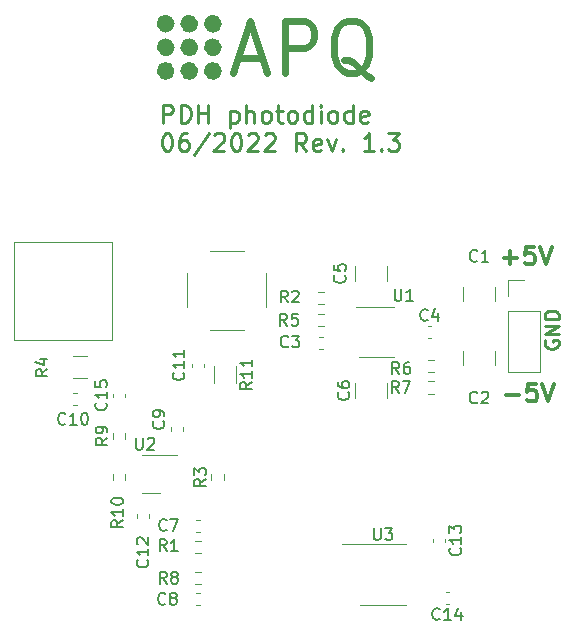
<source format=gbr>
G04 #@! TF.GenerationSoftware,KiCad,Pcbnew,(6.0.5)*
G04 #@! TF.CreationDate,2022-06-03T12:50:17+02:00*
G04 #@! TF.ProjectId,PDH_photodiode,5044485f-7068-46f7-946f-64696f64652e,1.3*
G04 #@! TF.SameCoordinates,Original*
G04 #@! TF.FileFunction,Legend,Top*
G04 #@! TF.FilePolarity,Positive*
%FSLAX45Y45*%
G04 Gerber Fmt 4.5, Leading zero omitted, Abs format (unit mm)*
G04 Created by KiCad (PCBNEW (6.0.5)) date 2022-06-03 12:50:17*
%MOMM*%
%LPD*%
G01*
G04 APERTURE LIST*
%ADD10C,0.300000*%
%ADD11C,0.250000*%
%ADD12C,0.150000*%
%ADD13C,0.600000*%
%ADD14C,0.120000*%
%ADD15C,1.000000*%
G04 APERTURE END LIST*
D10*
X14972143Y-7255714D02*
X15086428Y-7255714D01*
X15229286Y-7162857D02*
X15157857Y-7162857D01*
X15150714Y-7234286D01*
X15157857Y-7227143D01*
X15172143Y-7220000D01*
X15207857Y-7220000D01*
X15222143Y-7227143D01*
X15229286Y-7234286D01*
X15236428Y-7248571D01*
X15236428Y-7284286D01*
X15229286Y-7298571D01*
X15222143Y-7305714D01*
X15207857Y-7312857D01*
X15172143Y-7312857D01*
X15157857Y-7305714D01*
X15150714Y-7298571D01*
X15279286Y-7162857D02*
X15329286Y-7312857D01*
X15379286Y-7162857D01*
D11*
X12066964Y-4952107D02*
X12066964Y-4802107D01*
X12124107Y-4802107D01*
X12138393Y-4809250D01*
X12145536Y-4816393D01*
X12152678Y-4830679D01*
X12152678Y-4852107D01*
X12145536Y-4866393D01*
X12138393Y-4873536D01*
X12124107Y-4880679D01*
X12066964Y-4880679D01*
X12216964Y-4952107D02*
X12216964Y-4802107D01*
X12252678Y-4802107D01*
X12274107Y-4809250D01*
X12288393Y-4823536D01*
X12295536Y-4837821D01*
X12302678Y-4866393D01*
X12302678Y-4887821D01*
X12295536Y-4916393D01*
X12288393Y-4930679D01*
X12274107Y-4944964D01*
X12252678Y-4952107D01*
X12216964Y-4952107D01*
X12366964Y-4952107D02*
X12366964Y-4802107D01*
X12366964Y-4873536D02*
X12452678Y-4873536D01*
X12452678Y-4952107D02*
X12452678Y-4802107D01*
X12638393Y-4852107D02*
X12638393Y-5002107D01*
X12638393Y-4859250D02*
X12652678Y-4852107D01*
X12681250Y-4852107D01*
X12695536Y-4859250D01*
X12702678Y-4866393D01*
X12709821Y-4880679D01*
X12709821Y-4923536D01*
X12702678Y-4937821D01*
X12695536Y-4944964D01*
X12681250Y-4952107D01*
X12652678Y-4952107D01*
X12638393Y-4944964D01*
X12774107Y-4952107D02*
X12774107Y-4802107D01*
X12838393Y-4952107D02*
X12838393Y-4873536D01*
X12831250Y-4859250D01*
X12816964Y-4852107D01*
X12795536Y-4852107D01*
X12781250Y-4859250D01*
X12774107Y-4866393D01*
X12931250Y-4952107D02*
X12916964Y-4944964D01*
X12909821Y-4937821D01*
X12902678Y-4923536D01*
X12902678Y-4880679D01*
X12909821Y-4866393D01*
X12916964Y-4859250D01*
X12931250Y-4852107D01*
X12952678Y-4852107D01*
X12966964Y-4859250D01*
X12974107Y-4866393D01*
X12981250Y-4880679D01*
X12981250Y-4923536D01*
X12974107Y-4937821D01*
X12966964Y-4944964D01*
X12952678Y-4952107D01*
X12931250Y-4952107D01*
X13024107Y-4852107D02*
X13081250Y-4852107D01*
X13045536Y-4802107D02*
X13045536Y-4930679D01*
X13052678Y-4944964D01*
X13066964Y-4952107D01*
X13081250Y-4952107D01*
X13152678Y-4952107D02*
X13138393Y-4944964D01*
X13131250Y-4937821D01*
X13124107Y-4923536D01*
X13124107Y-4880679D01*
X13131250Y-4866393D01*
X13138393Y-4859250D01*
X13152678Y-4852107D01*
X13174107Y-4852107D01*
X13188393Y-4859250D01*
X13195536Y-4866393D01*
X13202678Y-4880679D01*
X13202678Y-4923536D01*
X13195536Y-4937821D01*
X13188393Y-4944964D01*
X13174107Y-4952107D01*
X13152678Y-4952107D01*
X13331250Y-4952107D02*
X13331250Y-4802107D01*
X13331250Y-4944964D02*
X13316964Y-4952107D01*
X13288393Y-4952107D01*
X13274107Y-4944964D01*
X13266964Y-4937821D01*
X13259821Y-4923536D01*
X13259821Y-4880679D01*
X13266964Y-4866393D01*
X13274107Y-4859250D01*
X13288393Y-4852107D01*
X13316964Y-4852107D01*
X13331250Y-4859250D01*
X13402678Y-4952107D02*
X13402678Y-4852107D01*
X13402678Y-4802107D02*
X13395536Y-4809250D01*
X13402678Y-4816393D01*
X13409821Y-4809250D01*
X13402678Y-4802107D01*
X13402678Y-4816393D01*
X13495536Y-4952107D02*
X13481250Y-4944964D01*
X13474107Y-4937821D01*
X13466964Y-4923536D01*
X13466964Y-4880679D01*
X13474107Y-4866393D01*
X13481250Y-4859250D01*
X13495536Y-4852107D01*
X13516964Y-4852107D01*
X13531250Y-4859250D01*
X13538393Y-4866393D01*
X13545536Y-4880679D01*
X13545536Y-4923536D01*
X13538393Y-4937821D01*
X13531250Y-4944964D01*
X13516964Y-4952107D01*
X13495536Y-4952107D01*
X13674107Y-4952107D02*
X13674107Y-4802107D01*
X13674107Y-4944964D02*
X13659821Y-4952107D01*
X13631250Y-4952107D01*
X13616964Y-4944964D01*
X13609821Y-4937821D01*
X13602678Y-4923536D01*
X13602678Y-4880679D01*
X13609821Y-4866393D01*
X13616964Y-4859250D01*
X13631250Y-4852107D01*
X13659821Y-4852107D01*
X13674107Y-4859250D01*
X13802678Y-4944964D02*
X13788393Y-4952107D01*
X13759821Y-4952107D01*
X13745536Y-4944964D01*
X13738393Y-4930679D01*
X13738393Y-4873536D01*
X13745536Y-4859250D01*
X13759821Y-4852107D01*
X13788393Y-4852107D01*
X13802678Y-4859250D01*
X13809821Y-4873536D01*
X13809821Y-4887821D01*
X13738393Y-4902107D01*
X12095536Y-5043607D02*
X12109821Y-5043607D01*
X12124107Y-5050750D01*
X12131250Y-5057893D01*
X12138393Y-5072179D01*
X12145536Y-5100750D01*
X12145536Y-5136464D01*
X12138393Y-5165036D01*
X12131250Y-5179321D01*
X12124107Y-5186464D01*
X12109821Y-5193607D01*
X12095536Y-5193607D01*
X12081250Y-5186464D01*
X12074107Y-5179321D01*
X12066964Y-5165036D01*
X12059821Y-5136464D01*
X12059821Y-5100750D01*
X12066964Y-5072179D01*
X12074107Y-5057893D01*
X12081250Y-5050750D01*
X12095536Y-5043607D01*
X12274107Y-5043607D02*
X12245536Y-5043607D01*
X12231250Y-5050750D01*
X12224107Y-5057893D01*
X12209821Y-5079321D01*
X12202678Y-5107893D01*
X12202678Y-5165036D01*
X12209821Y-5179321D01*
X12216964Y-5186464D01*
X12231250Y-5193607D01*
X12259821Y-5193607D01*
X12274107Y-5186464D01*
X12281250Y-5179321D01*
X12288393Y-5165036D01*
X12288393Y-5129321D01*
X12281250Y-5115036D01*
X12274107Y-5107893D01*
X12259821Y-5100750D01*
X12231250Y-5100750D01*
X12216964Y-5107893D01*
X12209821Y-5115036D01*
X12202678Y-5129321D01*
X12459821Y-5036464D02*
X12331250Y-5229321D01*
X12502678Y-5057893D02*
X12509821Y-5050750D01*
X12524107Y-5043607D01*
X12559821Y-5043607D01*
X12574107Y-5050750D01*
X12581250Y-5057893D01*
X12588393Y-5072179D01*
X12588393Y-5086464D01*
X12581250Y-5107893D01*
X12495536Y-5193607D01*
X12588393Y-5193607D01*
X12681250Y-5043607D02*
X12695536Y-5043607D01*
X12709821Y-5050750D01*
X12716964Y-5057893D01*
X12724107Y-5072179D01*
X12731250Y-5100750D01*
X12731250Y-5136464D01*
X12724107Y-5165036D01*
X12716964Y-5179321D01*
X12709821Y-5186464D01*
X12695536Y-5193607D01*
X12681250Y-5193607D01*
X12666964Y-5186464D01*
X12659821Y-5179321D01*
X12652678Y-5165036D01*
X12645536Y-5136464D01*
X12645536Y-5100750D01*
X12652678Y-5072179D01*
X12659821Y-5057893D01*
X12666964Y-5050750D01*
X12681250Y-5043607D01*
X12788393Y-5057893D02*
X12795536Y-5050750D01*
X12809821Y-5043607D01*
X12845536Y-5043607D01*
X12859821Y-5050750D01*
X12866964Y-5057893D01*
X12874107Y-5072179D01*
X12874107Y-5086464D01*
X12866964Y-5107893D01*
X12781250Y-5193607D01*
X12874107Y-5193607D01*
X12931250Y-5057893D02*
X12938393Y-5050750D01*
X12952678Y-5043607D01*
X12988393Y-5043607D01*
X13002678Y-5050750D01*
X13009821Y-5057893D01*
X13016964Y-5072179D01*
X13016964Y-5086464D01*
X13009821Y-5107893D01*
X12924107Y-5193607D01*
X13016964Y-5193607D01*
X13281250Y-5193607D02*
X13231250Y-5122179D01*
X13195536Y-5193607D02*
X13195536Y-5043607D01*
X13252678Y-5043607D01*
X13266964Y-5050750D01*
X13274107Y-5057893D01*
X13281250Y-5072179D01*
X13281250Y-5093607D01*
X13274107Y-5107893D01*
X13266964Y-5115036D01*
X13252678Y-5122179D01*
X13195536Y-5122179D01*
X13402678Y-5186464D02*
X13388393Y-5193607D01*
X13359821Y-5193607D01*
X13345536Y-5186464D01*
X13338393Y-5172179D01*
X13338393Y-5115036D01*
X13345536Y-5100750D01*
X13359821Y-5093607D01*
X13388393Y-5093607D01*
X13402678Y-5100750D01*
X13409821Y-5115036D01*
X13409821Y-5129321D01*
X13338393Y-5143607D01*
X13459821Y-5093607D02*
X13495536Y-5193607D01*
X13531250Y-5093607D01*
X13588393Y-5179321D02*
X13595536Y-5186464D01*
X13588393Y-5193607D01*
X13581250Y-5186464D01*
X13588393Y-5179321D01*
X13588393Y-5193607D01*
X13852678Y-5193607D02*
X13766964Y-5193607D01*
X13809821Y-5193607D02*
X13809821Y-5043607D01*
X13795536Y-5065036D01*
X13781250Y-5079321D01*
X13766964Y-5086464D01*
X13916964Y-5179321D02*
X13924107Y-5186464D01*
X13916964Y-5193607D01*
X13909821Y-5186464D01*
X13916964Y-5179321D01*
X13916964Y-5193607D01*
X13974107Y-5043607D02*
X14066964Y-5043607D01*
X14016964Y-5100750D01*
X14038393Y-5100750D01*
X14052678Y-5107893D01*
X14059821Y-5115036D01*
X14066964Y-5129321D01*
X14066964Y-5165036D01*
X14059821Y-5179321D01*
X14052678Y-5186464D01*
X14038393Y-5193607D01*
X13995536Y-5193607D01*
X13981250Y-5186464D01*
X13974107Y-5179321D01*
D10*
X14952143Y-6095714D02*
X15066428Y-6095714D01*
X15009286Y-6152857D02*
X15009286Y-6038571D01*
X15209286Y-6002857D02*
X15137857Y-6002857D01*
X15130714Y-6074286D01*
X15137857Y-6067143D01*
X15152143Y-6060000D01*
X15187857Y-6060000D01*
X15202143Y-6067143D01*
X15209286Y-6074286D01*
X15216428Y-6088571D01*
X15216428Y-6124286D01*
X15209286Y-6138571D01*
X15202143Y-6145714D01*
X15187857Y-6152857D01*
X15152143Y-6152857D01*
X15137857Y-6145714D01*
X15130714Y-6138571D01*
X15259286Y-6002857D02*
X15309286Y-6152857D01*
X15359286Y-6002857D01*
D11*
X15305000Y-6796428D02*
X15299286Y-6807857D01*
X15299286Y-6825000D01*
X15305000Y-6842143D01*
X15316428Y-6853571D01*
X15327857Y-6859286D01*
X15350714Y-6865000D01*
X15367857Y-6865000D01*
X15390714Y-6859286D01*
X15402143Y-6853571D01*
X15413571Y-6842143D01*
X15419286Y-6825000D01*
X15419286Y-6813571D01*
X15413571Y-6796428D01*
X15407857Y-6790714D01*
X15367857Y-6790714D01*
X15367857Y-6813571D01*
X15419286Y-6739286D02*
X15299286Y-6739286D01*
X15419286Y-6670714D01*
X15299286Y-6670714D01*
X15419286Y-6613571D02*
X15299286Y-6613571D01*
X15299286Y-6585000D01*
X15305000Y-6567857D01*
X15316428Y-6556428D01*
X15327857Y-6550714D01*
X15350714Y-6545000D01*
X15367857Y-6545000D01*
X15390714Y-6550714D01*
X15402143Y-6556428D01*
X15413571Y-6567857D01*
X15419286Y-6585000D01*
X15419286Y-6613571D01*
D12*
X13605714Y-6246667D02*
X13610476Y-6251428D01*
X13615238Y-6265714D01*
X13615238Y-6275238D01*
X13610476Y-6289524D01*
X13600952Y-6299048D01*
X13591428Y-6303809D01*
X13572381Y-6308571D01*
X13558095Y-6308571D01*
X13539048Y-6303809D01*
X13529524Y-6299048D01*
X13520000Y-6289524D01*
X13515238Y-6275238D01*
X13515238Y-6265714D01*
X13520000Y-6251428D01*
X13524762Y-6246667D01*
X13515238Y-6156190D02*
X13515238Y-6203809D01*
X13562857Y-6208571D01*
X13558095Y-6203809D01*
X13553333Y-6194286D01*
X13553333Y-6170476D01*
X13558095Y-6160952D01*
X13562857Y-6156190D01*
X13572381Y-6151428D01*
X13596190Y-6151428D01*
X13605714Y-6156190D01*
X13610476Y-6160952D01*
X13615238Y-6170476D01*
X13615238Y-6194286D01*
X13610476Y-6203809D01*
X13605714Y-6208571D01*
X13637714Y-7236667D02*
X13642476Y-7241428D01*
X13647238Y-7255714D01*
X13647238Y-7265238D01*
X13642476Y-7279524D01*
X13632952Y-7289048D01*
X13623428Y-7293809D01*
X13604381Y-7298571D01*
X13590095Y-7298571D01*
X13571048Y-7293809D01*
X13561524Y-7289048D01*
X13552000Y-7279524D01*
X13547238Y-7265238D01*
X13547238Y-7255714D01*
X13552000Y-7241428D01*
X13556762Y-7236667D01*
X13547238Y-7150952D02*
X13547238Y-7170000D01*
X13552000Y-7179524D01*
X13556762Y-7184286D01*
X13571048Y-7193809D01*
X13590095Y-7198571D01*
X13628190Y-7198571D01*
X13637714Y-7193809D01*
X13642476Y-7189048D01*
X13647238Y-7179524D01*
X13647238Y-7160476D01*
X13642476Y-7150952D01*
X13637714Y-7146190D01*
X13628190Y-7141428D01*
X13604381Y-7141428D01*
X13594857Y-7146190D01*
X13590095Y-7150952D01*
X13585333Y-7160476D01*
X13585333Y-7179524D01*
X13590095Y-7189048D01*
X13594857Y-7193809D01*
X13604381Y-7198571D01*
X12088333Y-9024114D02*
X12083571Y-9028876D01*
X12069286Y-9033638D01*
X12059762Y-9033638D01*
X12045476Y-9028876D01*
X12035952Y-9019352D01*
X12031190Y-9009829D01*
X12026428Y-8990781D01*
X12026428Y-8976495D01*
X12031190Y-8957448D01*
X12035952Y-8947924D01*
X12045476Y-8938400D01*
X12059762Y-8933638D01*
X12069286Y-8933638D01*
X12083571Y-8938400D01*
X12088333Y-8943162D01*
X12145476Y-8976495D02*
X12135952Y-8971733D01*
X12131190Y-8966971D01*
X12126428Y-8957448D01*
X12126428Y-8952686D01*
X12131190Y-8943162D01*
X12135952Y-8938400D01*
X12145476Y-8933638D01*
X12164524Y-8933638D01*
X12174048Y-8938400D01*
X12178809Y-8943162D01*
X12183571Y-8952686D01*
X12183571Y-8957448D01*
X12178809Y-8966971D01*
X12174048Y-8971733D01*
X12164524Y-8976495D01*
X12145476Y-8976495D01*
X12135952Y-8981257D01*
X12131190Y-8986019D01*
X12126428Y-8995543D01*
X12126428Y-9014590D01*
X12131190Y-9024114D01*
X12135952Y-9028876D01*
X12145476Y-9033638D01*
X12164524Y-9033638D01*
X12174048Y-9028876D01*
X12178809Y-9024114D01*
X12183571Y-9014590D01*
X12183571Y-8995543D01*
X12178809Y-8986019D01*
X12174048Y-8981257D01*
X12164524Y-8976495D01*
X12070714Y-7481667D02*
X12075476Y-7486428D01*
X12080238Y-7500714D01*
X12080238Y-7510238D01*
X12075476Y-7524524D01*
X12065952Y-7534048D01*
X12056428Y-7538809D01*
X12037381Y-7543571D01*
X12023095Y-7543571D01*
X12004048Y-7538809D01*
X11994524Y-7534048D01*
X11985000Y-7524524D01*
X11980238Y-7510238D01*
X11980238Y-7500714D01*
X11985000Y-7486428D01*
X11989762Y-7481667D01*
X12080238Y-7434048D02*
X12080238Y-7415000D01*
X12075476Y-7405476D01*
X12070714Y-7400714D01*
X12056428Y-7391190D01*
X12037381Y-7386428D01*
X11999286Y-7386428D01*
X11989762Y-7391190D01*
X11985000Y-7395952D01*
X11980238Y-7405476D01*
X11980238Y-7424524D01*
X11985000Y-7434048D01*
X11989762Y-7438809D01*
X11999286Y-7443571D01*
X12023095Y-7443571D01*
X12032619Y-7438809D01*
X12037381Y-7434048D01*
X12042143Y-7424524D01*
X12042143Y-7405476D01*
X12037381Y-7395952D01*
X12032619Y-7391190D01*
X12023095Y-7386428D01*
X11935714Y-8654286D02*
X11940476Y-8659048D01*
X11945238Y-8673333D01*
X11945238Y-8682857D01*
X11940476Y-8697143D01*
X11930952Y-8706667D01*
X11921428Y-8711429D01*
X11902381Y-8716190D01*
X11888095Y-8716190D01*
X11869048Y-8711429D01*
X11859524Y-8706667D01*
X11850000Y-8697143D01*
X11845238Y-8682857D01*
X11845238Y-8673333D01*
X11850000Y-8659048D01*
X11854762Y-8654286D01*
X11945238Y-8559048D02*
X11945238Y-8616190D01*
X11945238Y-8587619D02*
X11845238Y-8587619D01*
X11859524Y-8597143D01*
X11869048Y-8606667D01*
X11873809Y-8616190D01*
X11854762Y-8520952D02*
X11850000Y-8516190D01*
X11845238Y-8506667D01*
X11845238Y-8482857D01*
X11850000Y-8473333D01*
X11854762Y-8468571D01*
X11864286Y-8463810D01*
X11873809Y-8463810D01*
X11888095Y-8468571D01*
X11945238Y-8525714D01*
X11945238Y-8463810D01*
X14728333Y-6120714D02*
X14723571Y-6125476D01*
X14709286Y-6130238D01*
X14699762Y-6130238D01*
X14685476Y-6125476D01*
X14675952Y-6115952D01*
X14671190Y-6106428D01*
X14666428Y-6087381D01*
X14666428Y-6073095D01*
X14671190Y-6054048D01*
X14675952Y-6044524D01*
X14685476Y-6035000D01*
X14699762Y-6030238D01*
X14709286Y-6030238D01*
X14723571Y-6035000D01*
X14728333Y-6039762D01*
X14823571Y-6130238D02*
X14766428Y-6130238D01*
X14795000Y-6130238D02*
X14795000Y-6030238D01*
X14785476Y-6044524D01*
X14775952Y-6054048D01*
X14766428Y-6058809D01*
X14728333Y-7320714D02*
X14723571Y-7325476D01*
X14709286Y-7330238D01*
X14699762Y-7330238D01*
X14685476Y-7325476D01*
X14675952Y-7315952D01*
X14671190Y-7306428D01*
X14666428Y-7287381D01*
X14666428Y-7273095D01*
X14671190Y-7254048D01*
X14675952Y-7244524D01*
X14685476Y-7235000D01*
X14699762Y-7230238D01*
X14709286Y-7230238D01*
X14723571Y-7235000D01*
X14728333Y-7239762D01*
X14766428Y-7239762D02*
X14771190Y-7235000D01*
X14780714Y-7230238D01*
X14804524Y-7230238D01*
X14814048Y-7235000D01*
X14818809Y-7239762D01*
X14823571Y-7249286D01*
X14823571Y-7258809D01*
X14818809Y-7273095D01*
X14761667Y-7330238D01*
X14823571Y-7330238D01*
X14028809Y-6360238D02*
X14028809Y-6441190D01*
X14033571Y-6450714D01*
X14038333Y-6455476D01*
X14047857Y-6460238D01*
X14066905Y-6460238D01*
X14076428Y-6455476D01*
X14081190Y-6450714D01*
X14085952Y-6441190D01*
X14085952Y-6360238D01*
X14185952Y-6460238D02*
X14128809Y-6460238D01*
X14157381Y-6460238D02*
X14157381Y-6360238D01*
X14147857Y-6374524D01*
X14138333Y-6384048D01*
X14128809Y-6388809D01*
X14308333Y-6620714D02*
X14303571Y-6625476D01*
X14289286Y-6630238D01*
X14279762Y-6630238D01*
X14265476Y-6625476D01*
X14255952Y-6615952D01*
X14251190Y-6606428D01*
X14246428Y-6587381D01*
X14246428Y-6573095D01*
X14251190Y-6554048D01*
X14255952Y-6544524D01*
X14265476Y-6535000D01*
X14279762Y-6530238D01*
X14289286Y-6530238D01*
X14303571Y-6535000D01*
X14308333Y-6539762D01*
X14394048Y-6563571D02*
X14394048Y-6630238D01*
X14370238Y-6525476D02*
X14346428Y-6596905D01*
X14408333Y-6596905D01*
X11090238Y-7041667D02*
X11042619Y-7075000D01*
X11090238Y-7098809D02*
X10990238Y-7098809D01*
X10990238Y-7060714D01*
X10995000Y-7051190D01*
X10999762Y-7046428D01*
X11009286Y-7041667D01*
X11023571Y-7041667D01*
X11033095Y-7046428D01*
X11037857Y-7051190D01*
X11042619Y-7060714D01*
X11042619Y-7098809D01*
X11023571Y-6955952D02*
X11090238Y-6955952D01*
X10985476Y-6979762D02*
X11056905Y-7003571D01*
X11056905Y-6941667D01*
D13*
X12700762Y-4404333D02*
X12910286Y-4404333D01*
X12658857Y-4530048D02*
X12805524Y-4090048D01*
X12952190Y-4530048D01*
X13098857Y-4530048D02*
X13098857Y-4090048D01*
X13266476Y-4090048D01*
X13308381Y-4111000D01*
X13329333Y-4131952D01*
X13350286Y-4173857D01*
X13350286Y-4236714D01*
X13329333Y-4278619D01*
X13308381Y-4299571D01*
X13266476Y-4320524D01*
X13098857Y-4320524D01*
X13832190Y-4571952D02*
X13790286Y-4551000D01*
X13748381Y-4509095D01*
X13685524Y-4446238D01*
X13643619Y-4425286D01*
X13601714Y-4425286D01*
X13622667Y-4530048D02*
X13580762Y-4509095D01*
X13538857Y-4467190D01*
X13517905Y-4383381D01*
X13517905Y-4236714D01*
X13538857Y-4152905D01*
X13580762Y-4111000D01*
X13622667Y-4090048D01*
X13706476Y-4090048D01*
X13748381Y-4111000D01*
X13790286Y-4152905D01*
X13811238Y-4236714D01*
X13811238Y-4383381D01*
X13790286Y-4467190D01*
X13748381Y-4509095D01*
X13706476Y-4530048D01*
X13622667Y-4530048D01*
D12*
X11240714Y-7500714D02*
X11235952Y-7505476D01*
X11221667Y-7510238D01*
X11212143Y-7510238D01*
X11197857Y-7505476D01*
X11188333Y-7495952D01*
X11183571Y-7486428D01*
X11178810Y-7467381D01*
X11178810Y-7453095D01*
X11183571Y-7434048D01*
X11188333Y-7424524D01*
X11197857Y-7415000D01*
X11212143Y-7410238D01*
X11221667Y-7410238D01*
X11235952Y-7415000D01*
X11240714Y-7419762D01*
X11335952Y-7510238D02*
X11278809Y-7510238D01*
X11307381Y-7510238D02*
X11307381Y-7410238D01*
X11297857Y-7424524D01*
X11288333Y-7434048D01*
X11278809Y-7438809D01*
X11397857Y-7410238D02*
X11407381Y-7410238D01*
X11416905Y-7415000D01*
X11421667Y-7419762D01*
X11426428Y-7429286D01*
X11431190Y-7448333D01*
X11431190Y-7472143D01*
X11426428Y-7491190D01*
X11421667Y-7500714D01*
X11416905Y-7505476D01*
X11407381Y-7510238D01*
X11397857Y-7510238D01*
X11388333Y-7505476D01*
X11383571Y-7500714D01*
X11378809Y-7491190D01*
X11374048Y-7472143D01*
X11374048Y-7448333D01*
X11378809Y-7429286D01*
X11383571Y-7419762D01*
X11388333Y-7415000D01*
X11397857Y-7410238D01*
X12240714Y-7069286D02*
X12245476Y-7074048D01*
X12250238Y-7088333D01*
X12250238Y-7097857D01*
X12245476Y-7112143D01*
X12235952Y-7121667D01*
X12226428Y-7126428D01*
X12207381Y-7131190D01*
X12193095Y-7131190D01*
X12174048Y-7126428D01*
X12164524Y-7121667D01*
X12155000Y-7112143D01*
X12150238Y-7097857D01*
X12150238Y-7088333D01*
X12155000Y-7074048D01*
X12159762Y-7069286D01*
X12250238Y-6974048D02*
X12250238Y-7031190D01*
X12250238Y-7002619D02*
X12150238Y-7002619D01*
X12164524Y-7012143D01*
X12174048Y-7021667D01*
X12178809Y-7031190D01*
X12250238Y-6878809D02*
X12250238Y-6935952D01*
X12250238Y-6907381D02*
X12150238Y-6907381D01*
X12164524Y-6916905D01*
X12174048Y-6926428D01*
X12178809Y-6935952D01*
X12098333Y-8580238D02*
X12065000Y-8532619D01*
X12041190Y-8580238D02*
X12041190Y-8480238D01*
X12079286Y-8480238D01*
X12088809Y-8485000D01*
X12093571Y-8489762D01*
X12098333Y-8499286D01*
X12098333Y-8513571D01*
X12093571Y-8523095D01*
X12088809Y-8527857D01*
X12079286Y-8532619D01*
X12041190Y-8532619D01*
X12193571Y-8580238D02*
X12136428Y-8580238D01*
X12165000Y-8580238D02*
X12165000Y-8480238D01*
X12155476Y-8494524D01*
X12145952Y-8504048D01*
X12136428Y-8508810D01*
X13123333Y-6475238D02*
X13090000Y-6427619D01*
X13066190Y-6475238D02*
X13066190Y-6375238D01*
X13104286Y-6375238D01*
X13113809Y-6380000D01*
X13118571Y-6384762D01*
X13123333Y-6394286D01*
X13123333Y-6408571D01*
X13118571Y-6418095D01*
X13113809Y-6422857D01*
X13104286Y-6427619D01*
X13066190Y-6427619D01*
X13161428Y-6384762D02*
X13166190Y-6380000D01*
X13175714Y-6375238D01*
X13199524Y-6375238D01*
X13209048Y-6380000D01*
X13213809Y-6384762D01*
X13218571Y-6394286D01*
X13218571Y-6403809D01*
X13213809Y-6418095D01*
X13156667Y-6475238D01*
X13218571Y-6475238D01*
X14068333Y-7080238D02*
X14035000Y-7032619D01*
X14011190Y-7080238D02*
X14011190Y-6980238D01*
X14049286Y-6980238D01*
X14058809Y-6985000D01*
X14063571Y-6989762D01*
X14068333Y-6999286D01*
X14068333Y-7013571D01*
X14063571Y-7023095D01*
X14058809Y-7027857D01*
X14049286Y-7032619D01*
X14011190Y-7032619D01*
X14154048Y-6980238D02*
X14135000Y-6980238D01*
X14125476Y-6985000D01*
X14120714Y-6989762D01*
X14111190Y-7004048D01*
X14106428Y-7023095D01*
X14106428Y-7061190D01*
X14111190Y-7070714D01*
X14115952Y-7075476D01*
X14125476Y-7080238D01*
X14144524Y-7080238D01*
X14154048Y-7075476D01*
X14158809Y-7070714D01*
X14163571Y-7061190D01*
X14163571Y-7037381D01*
X14158809Y-7027857D01*
X14154048Y-7023095D01*
X14144524Y-7018333D01*
X14125476Y-7018333D01*
X14115952Y-7023095D01*
X14111190Y-7027857D01*
X14106428Y-7037381D01*
X14063333Y-7240238D02*
X14030000Y-7192619D01*
X14006190Y-7240238D02*
X14006190Y-7140238D01*
X14044286Y-7140238D01*
X14053809Y-7145000D01*
X14058571Y-7149762D01*
X14063333Y-7159286D01*
X14063333Y-7173571D01*
X14058571Y-7183095D01*
X14053809Y-7187857D01*
X14044286Y-7192619D01*
X14006190Y-7192619D01*
X14096667Y-7140238D02*
X14163333Y-7140238D01*
X14120476Y-7240238D01*
X12098333Y-8855838D02*
X12065000Y-8808219D01*
X12041190Y-8855838D02*
X12041190Y-8755838D01*
X12079286Y-8755838D01*
X12088809Y-8760600D01*
X12093571Y-8765362D01*
X12098333Y-8774886D01*
X12098333Y-8789171D01*
X12093571Y-8798695D01*
X12088809Y-8803457D01*
X12079286Y-8808219D01*
X12041190Y-8808219D01*
X12155476Y-8798695D02*
X12145952Y-8793933D01*
X12141190Y-8789171D01*
X12136428Y-8779648D01*
X12136428Y-8774886D01*
X12141190Y-8765362D01*
X12145952Y-8760600D01*
X12155476Y-8755838D01*
X12174524Y-8755838D01*
X12184048Y-8760600D01*
X12188809Y-8765362D01*
X12193571Y-8774886D01*
X12193571Y-8779648D01*
X12188809Y-8789171D01*
X12184048Y-8793933D01*
X12174524Y-8798695D01*
X12155476Y-8798695D01*
X12145952Y-8803457D01*
X12141190Y-8808219D01*
X12136428Y-8817743D01*
X12136428Y-8836790D01*
X12141190Y-8846314D01*
X12145952Y-8851076D01*
X12155476Y-8855838D01*
X12174524Y-8855838D01*
X12184048Y-8851076D01*
X12188809Y-8846314D01*
X12193571Y-8836790D01*
X12193571Y-8817743D01*
X12188809Y-8808219D01*
X12184048Y-8803457D01*
X12174524Y-8798695D01*
X11597738Y-7620767D02*
X11550119Y-7654100D01*
X11597738Y-7677909D02*
X11497738Y-7677909D01*
X11497738Y-7639814D01*
X11502500Y-7630290D01*
X11507262Y-7625528D01*
X11516786Y-7620767D01*
X11531071Y-7620767D01*
X11540595Y-7625528D01*
X11545357Y-7630290D01*
X11550119Y-7639814D01*
X11550119Y-7677909D01*
X11597738Y-7573148D02*
X11597738Y-7554100D01*
X11592976Y-7544576D01*
X11588214Y-7539814D01*
X11573928Y-7530290D01*
X11554881Y-7525528D01*
X11516786Y-7525528D01*
X11507262Y-7530290D01*
X11502500Y-7535052D01*
X11497738Y-7544576D01*
X11497738Y-7563624D01*
X11502500Y-7573148D01*
X11507262Y-7577909D01*
X11516786Y-7582671D01*
X11540595Y-7582671D01*
X11550119Y-7577909D01*
X11554881Y-7573148D01*
X11559643Y-7563624D01*
X11559643Y-7544576D01*
X11554881Y-7535052D01*
X11550119Y-7530290D01*
X11540595Y-7525528D01*
X11730238Y-8319286D02*
X11682619Y-8352619D01*
X11730238Y-8376428D02*
X11630238Y-8376428D01*
X11630238Y-8338333D01*
X11635000Y-8328809D01*
X11639762Y-8324048D01*
X11649286Y-8319286D01*
X11663571Y-8319286D01*
X11673095Y-8324048D01*
X11677857Y-8328809D01*
X11682619Y-8338333D01*
X11682619Y-8376428D01*
X11730238Y-8224048D02*
X11730238Y-8281190D01*
X11730238Y-8252619D02*
X11630238Y-8252619D01*
X11644524Y-8262143D01*
X11654048Y-8271667D01*
X11658809Y-8281190D01*
X11630238Y-8162143D02*
X11630238Y-8152619D01*
X11635000Y-8143095D01*
X11639762Y-8138333D01*
X11649286Y-8133571D01*
X11668333Y-8128809D01*
X11692143Y-8128809D01*
X11711190Y-8133571D01*
X11720714Y-8138333D01*
X11725476Y-8143095D01*
X11730238Y-8152619D01*
X11730238Y-8162143D01*
X11725476Y-8171667D01*
X11720714Y-8176428D01*
X11711190Y-8181190D01*
X11692143Y-8185952D01*
X11668333Y-8185952D01*
X11649286Y-8181190D01*
X11639762Y-8176428D01*
X11635000Y-8171667D01*
X11630238Y-8162143D01*
X12822238Y-7149286D02*
X12774619Y-7182619D01*
X12822238Y-7206428D02*
X12722238Y-7206428D01*
X12722238Y-7168333D01*
X12727000Y-7158809D01*
X12731762Y-7154048D01*
X12741286Y-7149286D01*
X12755571Y-7149286D01*
X12765095Y-7154048D01*
X12769857Y-7158809D01*
X12774619Y-7168333D01*
X12774619Y-7206428D01*
X12822238Y-7054048D02*
X12822238Y-7111190D01*
X12822238Y-7082619D02*
X12722238Y-7082619D01*
X12736524Y-7092143D01*
X12746048Y-7101667D01*
X12750809Y-7111190D01*
X12822238Y-6958809D02*
X12822238Y-7015952D01*
X12822238Y-6987381D02*
X12722238Y-6987381D01*
X12736524Y-6996905D01*
X12746048Y-7006428D01*
X12750809Y-7015952D01*
X11838809Y-7620238D02*
X11838809Y-7701190D01*
X11843571Y-7710714D01*
X11848333Y-7715476D01*
X11857857Y-7720238D01*
X11876905Y-7720238D01*
X11886428Y-7715476D01*
X11891190Y-7710714D01*
X11895952Y-7701190D01*
X11895952Y-7620238D01*
X11938809Y-7629762D02*
X11943571Y-7625000D01*
X11953095Y-7620238D01*
X11976905Y-7620238D01*
X11986428Y-7625000D01*
X11991190Y-7629762D01*
X11995952Y-7639286D01*
X11995952Y-7648809D01*
X11991190Y-7663095D01*
X11934048Y-7720238D01*
X11995952Y-7720238D01*
X13128333Y-6845714D02*
X13123571Y-6850476D01*
X13109286Y-6855238D01*
X13099762Y-6855238D01*
X13085476Y-6850476D01*
X13075952Y-6840952D01*
X13071190Y-6831428D01*
X13066428Y-6812381D01*
X13066428Y-6798095D01*
X13071190Y-6779048D01*
X13075952Y-6769524D01*
X13085476Y-6760000D01*
X13099762Y-6755238D01*
X13109286Y-6755238D01*
X13123571Y-6760000D01*
X13128333Y-6764762D01*
X13161667Y-6755238D02*
X13223571Y-6755238D01*
X13190238Y-6793333D01*
X13204524Y-6793333D01*
X13214048Y-6798095D01*
X13218809Y-6802857D01*
X13223571Y-6812381D01*
X13223571Y-6836190D01*
X13218809Y-6845714D01*
X13214048Y-6850476D01*
X13204524Y-6855238D01*
X13175952Y-6855238D01*
X13166428Y-6850476D01*
X13161667Y-6845714D01*
X13118333Y-6670238D02*
X13085000Y-6622619D01*
X13061190Y-6670238D02*
X13061190Y-6570238D01*
X13099286Y-6570238D01*
X13108809Y-6575000D01*
X13113571Y-6579762D01*
X13118333Y-6589286D01*
X13118333Y-6603571D01*
X13113571Y-6613095D01*
X13108809Y-6617857D01*
X13099286Y-6622619D01*
X13061190Y-6622619D01*
X13208809Y-6570238D02*
X13161190Y-6570238D01*
X13156428Y-6617857D01*
X13161190Y-6613095D01*
X13170714Y-6608333D01*
X13194524Y-6608333D01*
X13204048Y-6613095D01*
X13208809Y-6617857D01*
X13213571Y-6627381D01*
X13213571Y-6651190D01*
X13208809Y-6660714D01*
X13204048Y-6665476D01*
X13194524Y-6670238D01*
X13170714Y-6670238D01*
X13161190Y-6665476D01*
X13156428Y-6660714D01*
X12098333Y-8400714D02*
X12093571Y-8405476D01*
X12079286Y-8410238D01*
X12069762Y-8410238D01*
X12055476Y-8405476D01*
X12045952Y-8395952D01*
X12041190Y-8386428D01*
X12036428Y-8367381D01*
X12036428Y-8353095D01*
X12041190Y-8334048D01*
X12045952Y-8324524D01*
X12055476Y-8315000D01*
X12069762Y-8310238D01*
X12079286Y-8310238D01*
X12093571Y-8315000D01*
X12098333Y-8319762D01*
X12131667Y-8310238D02*
X12198333Y-8310238D01*
X12155476Y-8410238D01*
X12432238Y-7971667D02*
X12384619Y-8005000D01*
X12432238Y-8028809D02*
X12332238Y-8028809D01*
X12332238Y-7990714D01*
X12337000Y-7981190D01*
X12341762Y-7976428D01*
X12351286Y-7971667D01*
X12365571Y-7971667D01*
X12375095Y-7976428D01*
X12379857Y-7981190D01*
X12384619Y-7990714D01*
X12384619Y-8028809D01*
X12332238Y-7938333D02*
X12332238Y-7876428D01*
X12370333Y-7909762D01*
X12370333Y-7895476D01*
X12375095Y-7885952D01*
X12379857Y-7881190D01*
X12389381Y-7876428D01*
X12413190Y-7876428D01*
X12422714Y-7881190D01*
X12427476Y-7885952D01*
X12432238Y-7895476D01*
X12432238Y-7924048D01*
X12427476Y-7933571D01*
X12422714Y-7938333D01*
X14583714Y-8554286D02*
X14588476Y-8559048D01*
X14593238Y-8573333D01*
X14593238Y-8582857D01*
X14588476Y-8597143D01*
X14578952Y-8606667D01*
X14569428Y-8611429D01*
X14550381Y-8616190D01*
X14536095Y-8616190D01*
X14517048Y-8611429D01*
X14507524Y-8606667D01*
X14498000Y-8597143D01*
X14493238Y-8582857D01*
X14493238Y-8573333D01*
X14498000Y-8559048D01*
X14502762Y-8554286D01*
X14593238Y-8459048D02*
X14593238Y-8516190D01*
X14593238Y-8487619D02*
X14493238Y-8487619D01*
X14507524Y-8497143D01*
X14517048Y-8506667D01*
X14521809Y-8516190D01*
X14493238Y-8425714D02*
X14493238Y-8363809D01*
X14531333Y-8397143D01*
X14531333Y-8382857D01*
X14536095Y-8373333D01*
X14540857Y-8368571D01*
X14550381Y-8363809D01*
X14574190Y-8363809D01*
X14583714Y-8368571D01*
X14588476Y-8373333D01*
X14593238Y-8382857D01*
X14593238Y-8411429D01*
X14588476Y-8420952D01*
X14583714Y-8425714D01*
X14410714Y-9153714D02*
X14405952Y-9158476D01*
X14391667Y-9163238D01*
X14382143Y-9163238D01*
X14367857Y-9158476D01*
X14358333Y-9148952D01*
X14353571Y-9139429D01*
X14348809Y-9120381D01*
X14348809Y-9106095D01*
X14353571Y-9087048D01*
X14358333Y-9077524D01*
X14367857Y-9068000D01*
X14382143Y-9063238D01*
X14391667Y-9063238D01*
X14405952Y-9068000D01*
X14410714Y-9072762D01*
X14505952Y-9163238D02*
X14448809Y-9163238D01*
X14477381Y-9163238D02*
X14477381Y-9063238D01*
X14467857Y-9077524D01*
X14458333Y-9087048D01*
X14448809Y-9091810D01*
X14591667Y-9096571D02*
X14591667Y-9163238D01*
X14567857Y-9058476D02*
X14544048Y-9129905D01*
X14605952Y-9129905D01*
X13853809Y-8385238D02*
X13853809Y-8466190D01*
X13858571Y-8475714D01*
X13863333Y-8480476D01*
X13872857Y-8485238D01*
X13891905Y-8485238D01*
X13901428Y-8480476D01*
X13906190Y-8475714D01*
X13910952Y-8466190D01*
X13910952Y-8385238D01*
X13949048Y-8385238D02*
X14010952Y-8385238D01*
X13977619Y-8423333D01*
X13991905Y-8423333D01*
X14001428Y-8428095D01*
X14006190Y-8432857D01*
X14010952Y-8442381D01*
X14010952Y-8466190D01*
X14006190Y-8475714D01*
X14001428Y-8480476D01*
X13991905Y-8485238D01*
X13963333Y-8485238D01*
X13953809Y-8480476D01*
X13949048Y-8475714D01*
X11584914Y-7325486D02*
X11589676Y-7330248D01*
X11594438Y-7344533D01*
X11594438Y-7354057D01*
X11589676Y-7368343D01*
X11580152Y-7377867D01*
X11570628Y-7382628D01*
X11551581Y-7387390D01*
X11537295Y-7387390D01*
X11518248Y-7382628D01*
X11508724Y-7377867D01*
X11499200Y-7368343D01*
X11494438Y-7354057D01*
X11494438Y-7344533D01*
X11499200Y-7330248D01*
X11503962Y-7325486D01*
X11594438Y-7230248D02*
X11594438Y-7287390D01*
X11594438Y-7258819D02*
X11494438Y-7258819D01*
X11508724Y-7268343D01*
X11518248Y-7277867D01*
X11523009Y-7287390D01*
X11494438Y-7139771D02*
X11494438Y-7187390D01*
X11542057Y-7192152D01*
X11537295Y-7187390D01*
X11532533Y-7177867D01*
X11532533Y-7154057D01*
X11537295Y-7144533D01*
X11542057Y-7139771D01*
X11551581Y-7135009D01*
X11575390Y-7135009D01*
X11584914Y-7139771D01*
X11589676Y-7144533D01*
X11594438Y-7154057D01*
X11594438Y-7177867D01*
X11589676Y-7187390D01*
X11584914Y-7192152D01*
D14*
X13694000Y-6290206D02*
X13694000Y-6169794D01*
X13966000Y-6290206D02*
X13966000Y-6169794D01*
X13694000Y-7280206D02*
X13694000Y-7159794D01*
X13966000Y-7280206D02*
X13966000Y-7159794D01*
X12348722Y-9039400D02*
X12381278Y-9039400D01*
X12348722Y-8937400D02*
X12381278Y-8937400D01*
X12134000Y-7528722D02*
X12134000Y-7561278D01*
X12236000Y-7528722D02*
X12236000Y-7561278D01*
X11951000Y-8301278D02*
X11951000Y-8268722D01*
X11849000Y-8301278D02*
X11849000Y-8268722D01*
X14881000Y-6344794D02*
X14881000Y-6465206D01*
X14609000Y-6344794D02*
X14609000Y-6465206D01*
X14881000Y-6884794D02*
X14881000Y-7005206D01*
X14609000Y-6884794D02*
X14609000Y-7005206D01*
X13700000Y-6514000D02*
X14025000Y-6514000D01*
X13725000Y-6936000D02*
X14025000Y-6936000D01*
X14308722Y-6776000D02*
X14341278Y-6776000D01*
X14308722Y-6674000D02*
X14341278Y-6674000D01*
X14992000Y-6548000D02*
X14992000Y-7062000D01*
X14992000Y-6288000D02*
X15125000Y-6288000D01*
X14992000Y-6421000D02*
X14992000Y-6288000D01*
X15258000Y-6548000D02*
X15258000Y-7062000D01*
X14992000Y-6548000D02*
X15258000Y-6548000D01*
X14992000Y-7062000D02*
X15258000Y-7062000D01*
X11307294Y-6929000D02*
X11427706Y-6929000D01*
X11307294Y-7111000D02*
X11427706Y-7111000D01*
D15*
X12315400Y-4315000D02*
G75*
G03*
X12315400Y-4315000I-25400J0D01*
G01*
X12515400Y-4515000D02*
G75*
G03*
X12515400Y-4515000I-25400J0D01*
G01*
X12515400Y-4115000D02*
G75*
G03*
X12515400Y-4115000I-25400J0D01*
G01*
X12315400Y-4115000D02*
G75*
G03*
X12315400Y-4115000I-25400J0D01*
G01*
X12115400Y-4315000D02*
G75*
G03*
X12115400Y-4315000I-25400J0D01*
G01*
X12115400Y-4115000D02*
G75*
G03*
X12115400Y-4115000I-25400J0D01*
G01*
X12315400Y-4515000D02*
G75*
G03*
X12315400Y-4515000I-25400J0D01*
G01*
X12515400Y-4315000D02*
G75*
G03*
X12515400Y-4315000I-25400J0D01*
G01*
X12115400Y-4515000D02*
G75*
G03*
X12115400Y-4515000I-25400J0D01*
G01*
D14*
X11308442Y-7341000D02*
X11336558Y-7341000D01*
X11308442Y-7239000D02*
X11336558Y-7239000D01*
X12416000Y-6993442D02*
X12416000Y-7021558D01*
X12314000Y-6993442D02*
X12314000Y-7021558D01*
X12341274Y-8597250D02*
X12388726Y-8597250D01*
X12341274Y-8492750D02*
X12388726Y-8492750D01*
X13428726Y-6487250D02*
X13381274Y-6487250D01*
X13428726Y-6382750D02*
X13381274Y-6382750D01*
X14358726Y-6962750D02*
X14311274Y-6962750D01*
X14358726Y-7067250D02*
X14311274Y-7067250D01*
X14358726Y-7142750D02*
X14311274Y-7142750D01*
X14358726Y-7247250D02*
X14311274Y-7247250D01*
X12388726Y-8862850D02*
X12341274Y-8862850D01*
X12388726Y-8758350D02*
X12341274Y-8758350D01*
X11747250Y-7581274D02*
X11747250Y-7628726D01*
X11642750Y-7581274D02*
X11642750Y-7628726D01*
X11747250Y-7931274D02*
X11747250Y-7978726D01*
X11642750Y-7931274D02*
X11642750Y-7978726D01*
X12686000Y-7012294D02*
X12686000Y-7157706D01*
X12504000Y-7012294D02*
X12504000Y-7157706D01*
X12190000Y-7764000D02*
X11890000Y-7764000D01*
X12040000Y-8086000D02*
X11890000Y-8086000D01*
X13388722Y-6764000D02*
X13421278Y-6764000D01*
X13388722Y-6866000D02*
X13421278Y-6866000D01*
X13428726Y-6572750D02*
X13381274Y-6572750D01*
X13428726Y-6677250D02*
X13381274Y-6677250D01*
X12379058Y-8314000D02*
X12350942Y-8314000D01*
X12379058Y-8416000D02*
X12350942Y-8416000D01*
X12582250Y-7978726D02*
X12582250Y-7931274D01*
X12477750Y-7978726D02*
X12477750Y-7931274D01*
X12272000Y-6517500D02*
X12272000Y-6227500D01*
X12752500Y-6708000D02*
X12462500Y-6708000D01*
X12943000Y-6517500D02*
X12943000Y-6227500D01*
X12752500Y-6037000D02*
X12462500Y-6037000D01*
X10810000Y-6790000D02*
X11640000Y-6790000D01*
X11640000Y-6790000D02*
X11640000Y-5960000D01*
X10810000Y-6790000D02*
X10810000Y-5960000D01*
X10810000Y-5960000D02*
X11640000Y-5960000D01*
X14456000Y-8475942D02*
X14456000Y-8504058D01*
X14354000Y-8475942D02*
X14354000Y-8504058D01*
X14489058Y-9026000D02*
X14460942Y-9026000D01*
X14489058Y-8924000D02*
X14460942Y-8924000D01*
X13930000Y-8524000D02*
X14125000Y-8524000D01*
X13930000Y-9036000D02*
X13735000Y-9036000D01*
X13930000Y-8524000D02*
X13585000Y-8524000D01*
X13930000Y-9036000D02*
X14125000Y-9036000D01*
X11743200Y-7275258D02*
X11743200Y-7247142D01*
X11641200Y-7275258D02*
X11641200Y-7247142D01*
M02*

</source>
